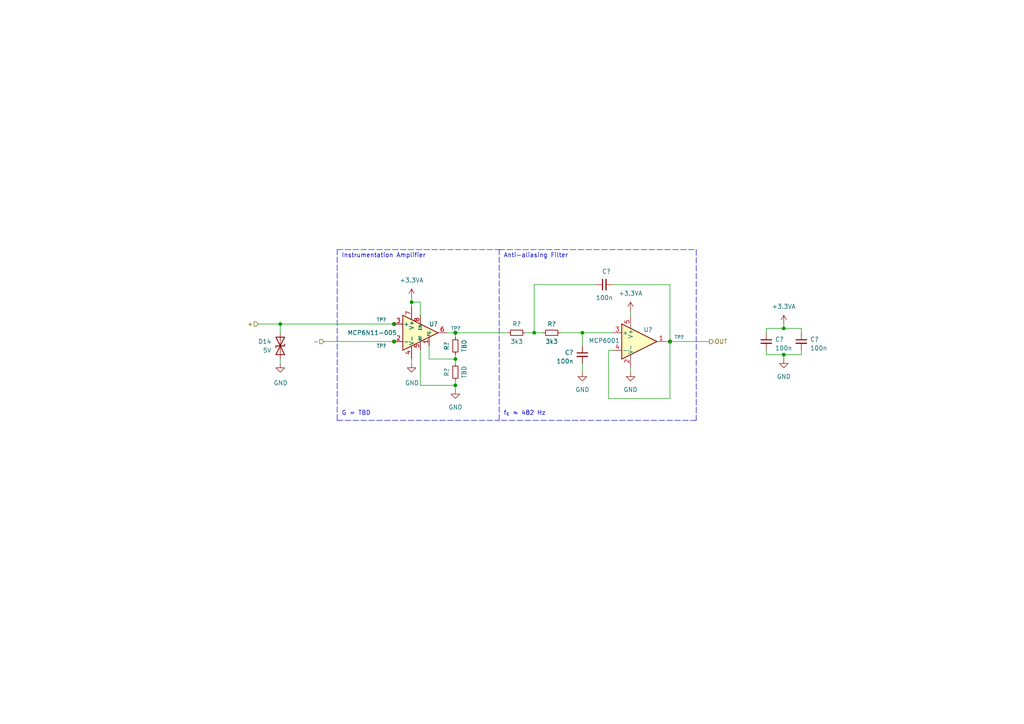
<source format=kicad_sch>
(kicad_sch (version 20230121) (generator eeschema)
  (paper "A4")
  (title_block (title "Analog Input") (date "2023-11-02") (rev "${REVISION}") (company "Author: I. Kajdan") (comment 1 "Reviewer:"))
  (lib_symbols
    (symbol "Amplifier_Operational:MCP6001-OT" (pin_names (offset 0.127))
      (property "Reference" "U" (at -1.27 6.35 0))
      (property "Value" "MCP6001-OT" (at -1.27 3.81 0))
      (symbol "MCP6001-OT_0_1"
        (polyline (pts (xy -5.08 5.08) (xy 5.08 0) (xy -5.08 -5.08) (xy -5.08 5.08)) (stroke (width 0.254)) (fill (type background)))
        (pin power_in line (at -2.54 -7.62 90) (length 3.81) (name "V-") (number "2"))
        (pin power_in line (at -2.54 7.62 270) (length 3.81) (name "V+") (number "5"))
      )
      (symbol "MCP6001-OT_1_1"
        (pin output line (at 7.62 0 180) (length 2.54) (name "~") (number "1"))
        (pin input line (at -7.62 2.54 0) (length 2.54) (name "+") (number "3"))
        (pin input line (at -7.62 -2.54 0) (length 2.54) (name "-") (number "4"))
      )
    )
    (symbol "Connector:TestPoint_Small" (pin_numbers hide) (pin_names (offset 0.762) hide)
      (property "Reference" "TP" (at 0 3.81 0))
      (property "Value" "TestPoint_Small" (at 0 2.032 0))
      (symbol "TestPoint_Small_0_1"
        (circle (center 0 0) (radius 0.508))
      )
      (symbol "TestPoint_Small_1_1"
        (pin passive line (at 0 0 90) (length 0) (name "1") (number "1"))
      )
    )
    (symbol "Device:C_Small" (pin_numbers hide) (pin_names (offset 0.254) hide)
      (property "Reference" "C" (at 0.254 1.778 0))
      (property "Value" "C_Small" (at 0.254 -2.032 0))
      (symbol "C_Small_0_1"
        (polyline (pts (xy -1.524 -0.508) (xy 1.524 -0.508)) (stroke (width 0.3302)))
        (polyline (pts (xy -1.524 0.508) (xy 1.524 0.508)) (stroke (width 0.3048)))
      )
      (symbol "C_Small_1_1"
        (pin passive line (at 0 2.54 270) (length 2.032) (name "~") (number "1"))
        (pin passive line (at 0 -2.54 90) (length 2.032) (name "~") (number "2"))
      )
    )
    (symbol "Device:D_TVS" (pin_numbers hide) (pin_names (offset 1.016) hide)
      (property "Reference" "D" (at 0 2.54 0))
      (property "Value" "D_TVS" (at 0 -2.54 0))
      (symbol "D_TVS_0_1"
        (polyline (pts (xy 1.27 0) (xy -1.27 0)))
        (polyline (pts (xy 0.508 1.27) (xy 0 1.27) (xy 0 -1.27) (xy -0.508 -1.27)) (stroke (width 0.254)))
        (polyline (pts (xy -2.54 1.27) (xy -2.54 -1.27) (xy 2.54 1.27) (xy 2.54 -1.27) (xy -2.54 1.27)) (stroke (width 0.254)))
      )
      (symbol "D_TVS_1_1"
        (pin passive line (at -3.81 0 0) (length 2.54) (name "A1") (number "1"))
        (pin passive line (at 3.81 0 180) (length 2.54) (name "A2") (number "2"))
      )
    )
    (symbol "Device:R_Small" (pin_numbers hide) (pin_names (offset 0.254) hide)
      (property "Reference" "R" (at 0.762 0.508 0))
      (property "Value" "R_Small" (at 0.762 -1.016 0))
      (symbol "R_Small_0_1"
        (rectangle (start -0.762 1.778) (end 0.762 -1.778) (stroke (width 0.2032)))
      )
      (symbol "R_Small_1_1"
        (pin passive line (at 0 2.54 270) (length 0.762) (name "~") (number "1"))
        (pin passive line (at 0 -2.54 90) (length 0.762) (name "~") (number "2"))
      )
    )
    (symbol "MCP6N11:MCP6N11" (pin_names (offset 0.127))
      (property "Reference" "U" (at 3.81 6.35 0))
      (property "Value" "MCP6N11-xE" (at 3.81 3.81 0))
      (symbol "MCP6N11_0_1"
        (polyline (pts (xy -5.08 5.08) (xy 5.08 0) (xy -5.08 -5.08) (xy -5.08 5.08)) (stroke (width 0.254)) (fill (type background)))
      )
      (symbol "MCP6N11_1_1"
        (pin passive line (at 2.54 -3.81 90) (length 2.54) (name "FG") (number "1"))
        (pin input line (at -7.62 -2.54 0) (length 2.54) (name "-") (number "2"))
        (pin input line (at -7.62 2.54 0) (length 2.54) (name "+") (number "3"))
        (pin power_in line (at -2.54 -7.62 90) (length 3.81) (name "V-") (number "4"))
        (pin passive line (at 0 -5.08 90) (length 2.54) (name "RF") (number "5"))
        (pin output line (at 7.62 0 180) (length 2.54) (name "~") (number "6"))
        (pin power_in line (at -2.54 7.62 270) (length 3.81) (name "V+") (number "7"))
        (pin input line (at 0 5.08 270) (length 2.54) (name "EN") (number "8"))
        (pin passive line (at -2.54 -7.62 90) (length 3.81) hide (name "EP") (number "9"))
      )
    )
    (symbol "power:+3.3VA" (power) (pin_names (offset 0))
      (property "Value" "+3.3VA" (at 0 3.556 0))
      (symbol "+3.3VA_0_1"
        (polyline (pts (xy -0.762 1.27) (xy 0 2.54)))
        (polyline (pts (xy 0 0) (xy 0 2.54)))
        (polyline (pts (xy 0 2.54) (xy 0.762 1.27)))
      )
      (symbol "+3.3VA_1_1"
        (pin power_in line (at 0 0 90) (length 0) hide (name "+3.3VA") (number "1"))
      )
    )
    (symbol "power:GND" (power) (pin_names (offset 0))
      (property "Value" "GND" (at 0 -3.81 0))
      (symbol "GND_0_1"
        (polyline (pts (xy 0 0) (xy 0 -1.27) (xy 1.27 -1.27) (xy 0 -2.54) (xy -1.27 -1.27) (xy 0 -1.27)))
      )
      (symbol "GND_1_1"
        (pin power_in line (at 0 0 270) (length 0) hide (name "GND") (number "1"))
      )
    )
  )
  (junction (at 119.38 87.63))
  (junction (at 154.94 96.52))
  (junction (at 81.28 93.98))
  (junction (at 194.31 99.06))
  (junction (at 132.08 104.14))
  (junction (at 132.08 111.76))
  (junction (at 227.33 95.25))
  (junction (at 114.3 93.98))
  (junction (at 114.3 99.06))
  (junction (at 168.91 96.52))
  (junction (at 132.08 96.52))
  (junction (at 227.33 102.87))
  (wire (pts (xy 81.28 96.52) (xy 81.28 93.98)))
  (wire (pts (xy 132.08 104.14) (xy 132.08 105.41)))
  (wire (pts (xy 154.94 96.52) (xy 157.48 96.52)))
  (polyline (pts (xy 97.79 121.92) (xy 97.79 72.39)) (stroke (width 0) (type dash)))
  (wire (pts (xy 154.94 82.55) (xy 154.94 96.52)))
  (wire (pts (xy 232.41 95.25) (xy 227.33 95.25)))
  (wire (pts (xy 81.28 93.98) (xy 114.3 93.98)))
  (wire (pts (xy 176.53 115.57) (xy 194.31 115.57)))
  (wire (pts (xy 222.25 102.87) (xy 227.33 102.87)))
  (wire (pts (xy 232.41 102.87) (xy 227.33 102.87)))
  (wire (pts (xy 177.8 101.6) (xy 176.53 101.6)))
  (wire (pts (xy 132.08 111.76) (xy 132.08 113.03)))
  (wire (pts (xy 132.08 96.52) (xy 132.08 97.79)))
  (wire (pts (xy 194.31 99.06) (xy 205.74 99.06)))
  (wire (pts (xy 152.4 96.52) (xy 154.94 96.52)))
  (polyline (pts (xy 201.93 72.39) (xy 201.93 121.92)) (stroke (width 0) (type dash)))
  (wire (pts (xy 119.38 86.36) (xy 119.38 87.63)))
  (wire (pts (xy 132.08 110.49) (xy 132.08 111.76)))
  (wire (pts (xy 194.31 99.06) (xy 193.04 99.06)))
  (wire (pts (xy 129.54 96.52) (xy 132.08 96.52)))
  (wire (pts (xy 176.53 101.6) (xy 176.53 115.57)))
  (wire (pts (xy 232.41 101.6) (xy 232.41 102.87)))
  (polyline (pts (xy 201.93 121.92) (xy 144.78 121.92)) (stroke (width 0) (type dash)))
  (wire (pts (xy 232.41 96.52) (xy 232.41 95.25)))
  (wire (pts (xy 93.98 99.06) (xy 114.3 99.06)))
  (wire (pts (xy 194.31 115.57) (xy 194.31 99.06)))
  (wire (pts (xy 182.88 107.95) (xy 182.88 106.68)))
  (wire (pts (xy 121.92 87.63) (xy 121.92 91.44)))
  (wire (pts (xy 168.91 96.52) (xy 177.8 96.52)))
  (wire (pts (xy 124.46 100.33) (xy 124.46 104.14)))
  (wire (pts (xy 124.46 104.14) (xy 132.08 104.14)))
  (wire (pts (xy 132.08 102.87) (xy 132.08 104.14)))
  (wire (pts (xy 119.38 105.41) (xy 119.38 104.14)))
  (wire (pts (xy 194.31 82.55) (xy 194.31 99.06)))
  (polyline (pts (xy 97.79 121.92) (xy 144.78 121.92)) (stroke (width 0) (type dash)))
  (wire (pts (xy 168.91 105.41) (xy 168.91 107.95)))
  (wire (pts (xy 222.25 95.25) (xy 222.25 96.52)))
  (wire (pts (xy 227.33 104.14) (xy 227.33 102.87)))
  (wire (pts (xy 81.28 105.41) (xy 81.28 104.14)))
  (wire (pts (xy 168.91 96.52) (xy 168.91 100.33)))
  (wire (pts (xy 132.08 96.52) (xy 147.32 96.52)))
  (wire (pts (xy 182.88 90.17) (xy 182.88 91.44)))
  (polyline (pts (xy 97.79 72.39) (xy 144.78 72.39)) (stroke (width 0) (type dash)))
  (wire (pts (xy 227.33 95.25) (xy 227.33 93.98)))
  (wire (pts (xy 74.93 93.98) (xy 81.28 93.98)))
  (wire (pts (xy 121.92 111.76) (xy 132.08 111.76)))
  (wire (pts (xy 154.94 82.55) (xy 172.72 82.55)))
  (wire (pts (xy 222.25 95.25) (xy 227.33 95.25)))
  (wire (pts (xy 222.25 101.6) (xy 222.25 102.87)))
  (polyline (pts (xy 144.78 121.92) (xy 144.78 72.39)) (stroke (width 0) (type dash)))
  (wire (pts (xy 121.92 101.6) (xy 121.92 111.76)))
  (wire (pts (xy 162.56 96.52) (xy 168.91 96.52)))
  (wire (pts (xy 119.38 87.63) (xy 119.38 88.9)))
  (wire (pts (xy 177.8 82.55) (xy 194.31 82.55)))
  (polyline (pts (xy 144.78 72.39) (xy 201.93 72.39)) (stroke (width 0) (type dash)))
  (wire (pts (xy 119.38 87.63) (xy 121.92 87.63)))
  (text "Anti-aliasing Filter" (at 146.05 74.93 0) (effects (font (size 1.27 1.27)) (justify left bottom)))
  (text "G = TBD" (at 99.06 120.65 0) (effects (font (size 1.27 1.27)) (justify left bottom)))
  (text "f_{c} ≈ 482 Hz" (at 146.05 120.65 0) (effects (font (size 1.27 1.27)) (justify left bottom)))
  (text "Instrumentation Amplifier" (at 99.06 74.93 0) (effects (font (size 1.27 1.27)) (justify left bottom)))
  (hierarchical_label "-" (shape input) (at 93.98 99.06 180))
  (hierarchical_label "OUT" (shape output) (at 205.74 99.06 0))
  (hierarchical_label "+" (shape input) (at 74.93 93.98 180))
  (symbol (lib_id "Device:R_Small") (at 149.86 96.52 90) (unit 1)
    (property "Reference" "R?" (at 149.86 93.98 90))
    (property "Value" "3k3" (at 149.86 99.06 90))
    (property "Footprint" "Resistor_SMD:R_0603_1608Metric" (effects hide))
    (instances (project "rearbox" (path "" (reference "R?") (unit 1)) (path "" (reference "R119") (unit 1)) (path "" (reference "R109") (unit 1)) (path "" (reference "R105") (unit 1)) (path "" (reference "R101") (unit 1)) (path "" (reference "R88") (unit 1)) (path "" (reference "R84") (unit 1)) (path "" (reference "R?") (unit 1)) (path "" (reference "R76") (unit 1)) (path "" (reference "R72") (unit 1)) (path "" (reference "R123") (unit 1))) (project "apps" (path "" (reference "R?") (unit 1))))
  )
  (symbol (lib_id "power:+3.3VA") (at 182.88 90.17 0) (unit 1)
    (property "Reference" "#PWR?" (effects hide))
    (property "Value" "+3.3VA" (at 182.88 85.09 0))
    (instances (project "rearbox" (path "" (reference "#PWR?") (unit 1)) (path "" (reference "#PWR?") (unit 1)) (path "" (reference "#PWR0151") (unit 1)) (path "" (reference "#PWR0160") (unit 1)) (path "" (reference "#PWR?") (unit 1)) (path "" (reference "#PWR0175") (unit 1)) (path "" (reference "#PWR0217") (unit 1)) (path "" (reference "#PWR0199") (unit 1)) (path "" (reference "#PWR0184") (unit 1)) (path "" (reference "#PWR0208") (unit 1)) (path "" (reference "#PWR0230") (unit 1)) (path "" (reference "#PWR0239") (unit 1))))
  )
  (symbol (lib_id "power:+3.3VA") (at 119.38 86.36 0) (unit 1)
    (property "Reference" "#PWR?" (effects hide))
    (property "Value" "+3.3VA" (at 119.38 81.28 0))
    (instances (project "rearbox" (path "" (reference "#PWR?") (unit 1)) (path "" (reference "#PWR?") (unit 1)) (path "" (reference "#PWR0147") (unit 1)) (path "" (reference "#PWR0156") (unit 1)) (path "" (reference "#PWR?") (unit 1)) (path "" (reference "#PWR0171") (unit 1)) (path "" (reference "#PWR0213") (unit 1)) (path "" (reference "#PWR0195") (unit 1)) (path "" (reference "#PWR0180") (unit 1)) (path "" (reference "#PWR0204") (unit 1)) (path "" (reference "#PWR0226") (unit 1)) (path "" (reference "#PWR0235") (unit 1))))
  )
  (symbol (lib_id "Device:C_Small") (at 168.91 102.87 0) (mirror y) (unit 1)
    (property "Reference" "C?" (at 166.37 102.2413 0) (effects (justify left)))
    (property "Value" "100n" (at 166.37 104.7813 0) (effects (justify left)))
    (property "Footprint" "Capacitor_SMD:C_0603_1608Metric" (effects hide))
    (instances (project "rearbox" (path "" (reference "C?") (unit 1)) (path "" (reference "C66") (unit 1)) (path "" (reference "C62") (unit 1)) (path "" (reference "C58") (unit 1)) (path "" (reference "C54") (unit 1)) (path "" (reference "C50") (unit 1)) (path "" (reference "C46") (unit 1)) (path "" (reference "C?") (unit 1)) (path "" (reference "C40") (unit 1)) (path "" (reference "C36") (unit 1)) (path "" (reference "C70") (unit 1))) (project "apps" (path "" (reference "C?") (unit 1))))
  )
  (symbol (lib_id "Connector:TestPoint_Small") (at 194.31 99.06 0) (unit 1)
    (property "Reference" "TP?" (at 195.58 97.79 0) (effects (font (size 1 1)) (justify left)))
    (property "Value" "TestPoint_Small" (effects hide))
    (property "Footprint" "TestPoint:TestPoint_Pad_D1.0mm" (effects hide))
    (instances (project "rearbox" (path "" (reference "TP?") (unit 1)) (path "" (reference "TP63") (unit 1)) (path "" (reference "TP59") (unit 1)) (path "" (reference "TP55") (unit 1)) (path "" (reference "TP51") (unit 1)) (path "" (reference "TP47") (unit 1)) (path "" (reference "TP43") (unit 1)) (path "" (reference "TP39") (unit 1)) (path "" (reference "TP35") (unit 1)) (path "" (reference "TP31") (unit 1)) (path "" (reference "TP1") (unit 1)) (path "" (reference "TP3") (unit 1))))
  )
  (symbol (lib_id "power:GND") (at 119.38 105.41 0) (unit 1)
    (property "Reference" "#PWR0236" (effects hide))
    (property "Value" "GND" (at 119.507 111.0742 0))
    (instances (project "rearbox" (path "" (reference "#PWR0236") (unit 1)) (path "" (reference "#PWR?") (unit 1)) (path "" (reference "#PWR0148") (unit 1)) (path "" (reference "#PWR0157") (unit 1)) (path "" (reference "#PWR?") (unit 1)) (path "" (reference "#PWR0172") (unit 1)) (path "" (reference "#PWR0214") (unit 1)) (path "" (reference "#PWR0196") (unit 1)) (path "" (reference "#PWR0181") (unit 1)) (path "" (reference "#PWR0205") (unit 1)) (path "" (reference "#PWR0227") (unit 1))) (project "apps" (path "" (reference "#PWR?") (unit 1))))
  )
  (symbol (lib_id "power:GND") (at 132.08 113.03 0) (unit 1)
    (property "Reference" "#PWR0237" (effects hide))
    (property "Value" "GND" (at 132.08 118.11 0))
    (instances (project "rearbox" (path "" (reference "#PWR0237") (unit 1)) (path "" (reference "#PWR?") (unit 1)) (path "" (reference "#PWR0149") (unit 1)) (path "" (reference "#PWR0158") (unit 1)) (path "" (reference "#PWR?") (unit 1)) (path "" (reference "#PWR0173") (unit 1)) (path "" (reference "#PWR0215") (unit 1)) (path "" (reference "#PWR0197") (unit 1)) (path "" (reference "#PWR0182") (unit 1)) (path "" (reference "#PWR0206") (unit 1)) (path "" (reference "#PWR0228") (unit 1))) (project "apps" (path "" (reference "#PWR?") (unit 1))))
  )
  (symbol (lib_id "Amplifier_Operational:MCP6001-OT") (at 185.42 99.06 0) (unit 1)
    (property "Reference" "U?" (at 187.96 95.6311 0))
    (property "Value" "MCP6001" (at 175.26 98.79 0))
    (property "Footprint" "Package_TO_SOT_SMD:SOT-23-5" (effects hide))
    (property "Datasheet" "https://ww1.microchip.com/downloads/en/DeviceDoc/MCP6001-1R-1U-2-4-1-MHz-Low-Power-Op-Amp-DS20001733L.pdf" (effects hide))
    (instances (project "rearbox" (path "" (reference "U?") (unit 1)) (path "" (reference "U28") (unit 1)) (path "" (reference "U26") (unit 1)) (path "" (reference "U24") (unit 1)) (path "" (reference "U22") (unit 1)) (path "" (reference "U20") (unit 1)) (path "" (reference "U18") (unit 1)) (path "" (reference "U?") (unit 1)) (path "" (reference "U16") (unit 1)) (path "" (reference "U14") (unit 1)) (path "" (reference "U30") (unit 1))) (project "apps" (path "" (reference "U?") (unit 1))))
  )
  (symbol (lib_id "Device:C_Small") (at 232.41 99.06 0) (unit 1)
    (property "Reference" "C?" (at 234.95 98.4313 0) (effects (justify left)))
    (property "Value" "100n" (at 234.95 100.9713 0) (effects (justify left)))
    (property "Footprint" "Capacitor_SMD:C_0603_1608Metric" (effects hide))
    (instances (project "rearbox" (path "" (reference "C?") (unit 1)) (path "" (reference "C69") (unit 1)) (path "" (reference "C65") (unit 1)) (path "" (reference "C61") (unit 1)) (path "" (reference "C57") (unit 1)) (path "" (reference "C53") (unit 1)) (path "" (reference "C49") (unit 1)) (path "" (reference "C?") (unit 1)) (path "" (reference "C43") (unit 1)) (path "" (reference "C39") (unit 1)) (path "" (reference "C73") (unit 1))) (project "apps" (path "" (reference "C?") (unit 1))))
  )
  (symbol (lib_id "Connector:TestPoint_Small") (at 132.08 96.52 0) (unit 1)
    (property "Reference" "TP?" (at 130.81 95.25 0) (effects (font (size 1 1)) (justify left)))
    (property "Value" "TestPoint_Small" (effects hide))
    (property "Footprint" "TestPoint:TestPoint_Pad_D1.0mm" (effects hide))
    (instances (project "rearbox" (path "" (reference "TP?") (unit 1)) (path "" (reference "TP62") (unit 1)) (path "" (reference "TP58") (unit 1)) (path "" (reference "TP54") (unit 1)) (path "" (reference "TP50") (unit 1)) (path "" (reference "TP46") (unit 1)) (path "" (reference "TP42") (unit 1)) (path "" (reference "TP38") (unit 1)) (path "" (reference "TP34") (unit 1)) (path "" (reference "TP30") (unit 1)) (path "" (reference "TP1") (unit 1)) (path "" (reference "TP3") (unit 1))))
  )
  (symbol (lib_id "Device:R_Small") (at 132.08 100.33 180) (unit 1)
    (property "Reference" "R?" (at 129.54 100.33 90))
    (property "Value" "TBD" (at 134.62 100.33 90))
    (property "Footprint" "Resistor_SMD:R_0603_1608Metric" (effects hide))
    (instances (project "rearbox" (path "" (reference "R?") (unit 1)) (path "" (reference "R117") (unit 1)) (path "" (reference "R107") (unit 1)) (path "" (reference "R103") (unit 1)) (path "" (reference "R99") (unit 1)) (path "" (reference "R86") (unit 1)) (path "" (reference "R82") (unit 1)) (path "" (reference "R?") (unit 1)) (path "" (reference "R74") (unit 1)) (path "" (reference "R70") (unit 1)) (path "" (reference "R121") (unit 1))) (project "apps" (path "" (reference "R?") (unit 1))))
  )
  (symbol (lib_id "Device:D_TVS") (at 81.28 100.33 270) (mirror x) (unit 1)
    (property "Reference" "D14" (at 78.74 99.06 90) (effects (justify right)))
    (property "Value" "5V" (at 78.74 101.6 90) (effects (justify right)))
    (property "Footprint" "Diode_SMD:D_SOD-523" (effects hide))
    (property "Datasheet" "https://www.mouser.pl/datasheet/2/916/PESD5V0V1BB_Q-3081435.pdf" (effects hide))
    (property "Component" "PESD5V0V1BB-QX" (effects hide))
    (instances (project "rearbox" (path "" (reference "D14") (unit 1)) (path "" (reference "D15") (unit 1)) (path "" (reference "D16") (unit 1)) (path "" (reference "D17") (unit 1)) (path "" (reference "D18") (unit 1)) (path "" (reference "D19") (unit 1)) (path "" (reference "D20") (unit 1)) (path "" (reference "D21") (unit 1)) (path "" (reference "D22") (unit 1))))
  )
  (symbol (lib_id "Connector:TestPoint_Small") (at 114.3 93.98 0) (unit 1)
    (property "Reference" "TP?" (at 109.22 92.71 0) (effects (font (size 1 1)) (justify left)))
    (property "Value" "TestPoint_Small" (effects hide))
    (property "Footprint" "TestPoint:TestPoint_Pad_D1.0mm" (effects hide))
    (instances (project "rearbox" (path "" (reference "TP?") (unit 1)) (path "" (reference "TP60") (unit 1)) (path "" (reference "TP56") (unit 1)) (path "" (reference "TP52") (unit 1)) (path "" (reference "TP48") (unit 1)) (path "" (reference "TP44") (unit 1)) (path "" (reference "TP40") (unit 1)) (path "" (reference "TP36") (unit 1)) (path "" (reference "TP32") (unit 1)) (path "" (reference "TP28") (unit 1)) (path "" (reference "TP1") (unit 1)) (path "" (reference "TP3") (unit 1))))
  )
  (symbol (lib_id "Device:R_Small") (at 160.02 96.52 90) (unit 1)
    (property "Reference" "R?" (at 160.02 93.98 90))
    (property "Value" "3k3" (at 160.02 99.06 90))
    (property "Footprint" "Resistor_SMD:R_0603_1608Metric" (effects hide))
    (instances (project "rearbox" (path "" (reference "R?") (unit 1)) (path "" (reference "R120") (unit 1)) (path "" (reference "R110") (unit 1)) (path "" (reference "R106") (unit 1)) (path "" (reference "R102") (unit 1)) (path "" (reference "R89") (unit 1)) (path "" (reference "R85") (unit 1)) (path "" (reference "R?") (unit 1)) (path "" (reference "R77") (unit 1)) (path "" (reference "R73") (unit 1)) (path "" (reference "R124") (unit 1))) (project "apps" (path "" (reference "R?") (unit 1))))
  )
  (symbol (lib_id "power:GND") (at 81.28 105.41 0) (unit 1)
    (property "Reference" "#PWR0234" (effects hide))
    (property "Value" "GND" (at 81.407 111.0742 0))
    (instances (project "rearbox" (path "" (reference "#PWR0234") (unit 1)) (path "" (reference "#PWR?") (unit 1)) (path "" (reference "#PWR0146") (unit 1)) (path "" (reference "#PWR0155") (unit 1)) (path "" (reference "#PWR?") (unit 1)) (path "" (reference "#PWR0170") (unit 1)) (path "" (reference "#PWR0212") (unit 1)) (path "" (reference "#PWR0194") (unit 1)) (path "" (reference "#PWR0179") (unit 1)) (path "" (reference "#PWR0203") (unit 1)) (path "" (reference "#PWR0225") (unit 1))) (project "apps" (path "" (reference "#PWR?") (unit 1))))
  )
  (symbol (lib_id "MCP6N11:MCP6N11") (at 121.92 96.52 0) (unit 1)
    (property "Reference" "U?" (at 125.73 93.98 0))
    (property "Value" "MCP6N11-005" (at 107.95 96.52 0))
    (property "Footprint" "Package_DFN_QFN:TDFN-8-1EP_3x2mm_P0.5mm_EP1.80x1.65mm" (effects hide))
    (property "Datasheet" "https://ww1.microchip.com/downloads/en/DeviceDoc/25073A.pdf" (effects hide))
    (instances (project "rearbox" (path "" (reference "U?") (unit 1)) (path "" (reference "U27") (unit 1)) (path "" (reference "U25") (unit 1)) (path "" (reference "U23") (unit 1)) (path "" (reference "U21") (unit 1)) (path "" (reference "U19") (unit 1)) (path "" (reference "U17") (unit 1)) (path "" (reference "U?") (unit 1)) (path "" (reference "U15") (unit 1)) (path "" (reference "U13") (unit 1)) (path "" (reference "U29") (unit 1))) (project "apps" (path "" (reference "U?") (unit 1))))
  )
  (symbol (lib_id "Device:R_Small") (at 132.08 107.95 180) (unit 1)
    (property "Reference" "R?" (at 129.54 107.95 90))
    (property "Value" "TBD" (at 134.62 107.95 90))
    (property "Footprint" "Resistor_SMD:R_0603_1608Metric" (effects hide))
    (instances (project "rearbox" (path "" (reference "R?") (unit 1)) (path "" (reference "R118") (unit 1)) (path "" (reference "R108") (unit 1)) (path "" (reference "R104") (unit 1)) (path "" (reference "R100") (unit 1)) (path "" (reference "R87") (unit 1)) (path "" (reference "R83") (unit 1)) (path "" (reference "R?") (unit 1)) (path "" (reference "R75") (unit 1)) (path "" (reference "R71") (unit 1)) (path "" (reference "R122") (unit 1))) (project "apps" (path "" (reference "R?") (unit 1))))
  )
  (symbol (lib_id "power:+3.3VA") (at 227.33 93.98 0) (unit 1)
    (property "Reference" "#PWR?" (effects hide))
    (property "Value" "+3.3VA" (at 227.33 88.9 0))
    (instances (project "rearbox" (path "" (reference "#PWR?") (unit 1)) (path "" (reference "#PWR?") (unit 1)) (path "" (reference "#PWR0153") (unit 1)) (path "" (reference "#PWR0162") (unit 1)) (path "" (reference "#PWR?") (unit 1)) (path "" (reference "#PWR0177") (unit 1)) (path "" (reference "#PWR0219") (unit 1)) (path "" (reference "#PWR0201") (unit 1)) (path "" (reference "#PWR0186") (unit 1)) (path "" (reference "#PWR0210") (unit 1)) (path "" (reference "#PWR0232") (unit 1)) (path "" (reference "#PWR0241") (unit 1))))
  )
  (symbol (lib_id "Connector:TestPoint_Small") (at 114.3 99.06 0) (mirror x) (unit 1)
    (property "Reference" "TP?" (at 109.22 100.33 0) (effects (font (size 1 1)) (justify left)))
    (property "Value" "TestPoint_Small" (effects hide))
    (property "Footprint" "TestPoint:TestPoint_Pad_D1.0mm" (effects hide))
    (instances (project "rearbox" (path "" (reference "TP?") (unit 1)) (path "" (reference "TP61") (unit 1)) (path "" (reference "TP57") (unit 1)) (path "" (reference "TP53") (unit 1)) (path "" (reference "TP49") (unit 1)) (path "" (reference "TP45") (unit 1)) (path "" (reference "TP41") (unit 1)) (path "" (reference "TP37") (unit 1)) (path "" (reference "TP33") (unit 1)) (path "" (reference "TP29") (unit 1)) (path "" (reference "TP1") (unit 1)) (path "" (reference "TP3") (unit 1))))
  )
  (symbol (lib_id "power:GND") (at 168.91 107.95 0) (unit 1)
    (property "Reference" "#PWR0238" (effects hide))
    (property "Value" "GND" (at 168.91 113.03 0))
    (instances (project "rearbox" (path "" (reference "#PWR0238") (unit 1)) (path "" (reference "#PWR?") (unit 1)) (path "" (reference "#PWR0150") (unit 1)) (path "" (reference "#PWR0159") (unit 1)) (path "" (reference "#PWR?") (unit 1)) (path "" (reference "#PWR0174") (unit 1)) (path "" (reference "#PWR0216") (unit 1)) (path "" (reference "#PWR0198") (unit 1)) (path "" (reference "#PWR0183") (unit 1)) (path "" (reference "#PWR0207") (unit 1)) (path "" (reference "#PWR0229") (unit 1))) (project "apps" (path "" (reference "#PWR?") (unit 1))))
  )
  (symbol (lib_id "power:GND") (at 182.88 107.95 0) (unit 1)
    (property "Reference" "#PWR0240" (effects hide))
    (property "Value" "GND" (at 182.88 113.03 0))
    (instances (project "rearbox" (path "" (reference "#PWR0240") (unit 1)) (path "" (reference "#PWR?") (unit 1)) (path "" (reference "#PWR0152") (unit 1)) (path "" (reference "#PWR0161") (unit 1)) (path "" (reference "#PWR?") (unit 1)) (path "" (reference "#PWR0176") (unit 1)) (path "" (reference "#PWR0218") (unit 1)) (path "" (reference "#PWR0200") (unit 1)) (path "" (reference "#PWR0185") (unit 1)) (path "" (reference "#PWR0209") (unit 1)) (path "" (reference "#PWR0231") (unit 1))) (project "apps" (path "" (reference "#PWR?") (unit 1))))
  )
  (symbol (lib_id "Device:C_Small") (at 175.26 82.55 90) (unit 1)
    (property "Reference" "C?" (at 177.1713 78.74 90) (effects (justify left)))
    (property "Value" "100n" (at 177.8 86.36 90) (effects (justify left)))
    (property "Footprint" "Capacitor_SMD:C_0603_1608Metric" (effects hide))
    (instances (project "rearbox" (path "" (reference "C?") (unit 1)) (path "" (reference "C67") (unit 1)) (path "" (reference "C63") (unit 1)) (path "" (reference "C59") (unit 1)) (path "" (reference "C55") (unit 1)) (path "" (reference "C51") (unit 1)) (path "" (reference "C47") (unit 1)) (path "" (reference "C?") (unit 1)) (path "" (reference "C41") (unit 1)) (path "" (reference "C37") (unit 1)) (path "" (reference "C71") (unit 1))) (project "apps" (path "" (reference "C?") (unit 1))))
  )
  (symbol (lib_id "Device:C_Small") (at 222.25 99.06 0) (unit 1)
    (property "Reference" "C?" (at 224.79 98.4313 0) (effects (justify left)))
    (property "Value" "100n" (at 224.79 100.9713 0) (effects (justify left)))
    (property "Footprint" "Capacitor_SMD:C_0603_1608Metric" (effects hide))
    (instances (project "rearbox" (path "" (reference "C?") (unit 1)) (path "" (reference "C68") (unit 1)) (path "" (reference "C64") (unit 1)) (path "" (reference "C60") (unit 1)) (path "" (reference "C56") (unit 1)) (path "" (reference "C52") (unit 1)) (path "" (reference "C48") (unit 1)) (path "" (reference "C?") (unit 1)) (path "" (reference "C42") (unit 1)) (path "" (reference "C38") (unit 1)) (path "" (reference "C72") (unit 1))) (project "apps" (path "" (reference "C?") (unit 1))))
  )
  (symbol (lib_id "power:GND") (at 227.33 104.14 0) (unit 1)
    (property "Reference" "#PWR0242" (effects hide))
    (property "Value" "GND" (at 227.33 109.22 0))
    (instances (project "rearbox" (path "" (reference "#PWR0242") (unit 1)) (path "" (reference "#PWR?") (unit 1)) (path "" (reference "#PWR0154") (unit 1)) (path "" (reference "#PWR0163") (unit 1)) (path "" (reference "#PWR?") (unit 1)) (path "" (reference "#PWR0178") (unit 1)) (path "" (reference "#PWR0220") (unit 1)) (path "" (reference "#PWR0202") (unit 1)) (path "" (reference "#PWR0187") (unit 1)) (path "" (reference "#PWR0211") (unit 1)) (path "" (reference "#PWR0233") (unit 1))) (project "apps" (path "" (reference "#PWR?") (unit 1))))
  )
)
</source>
